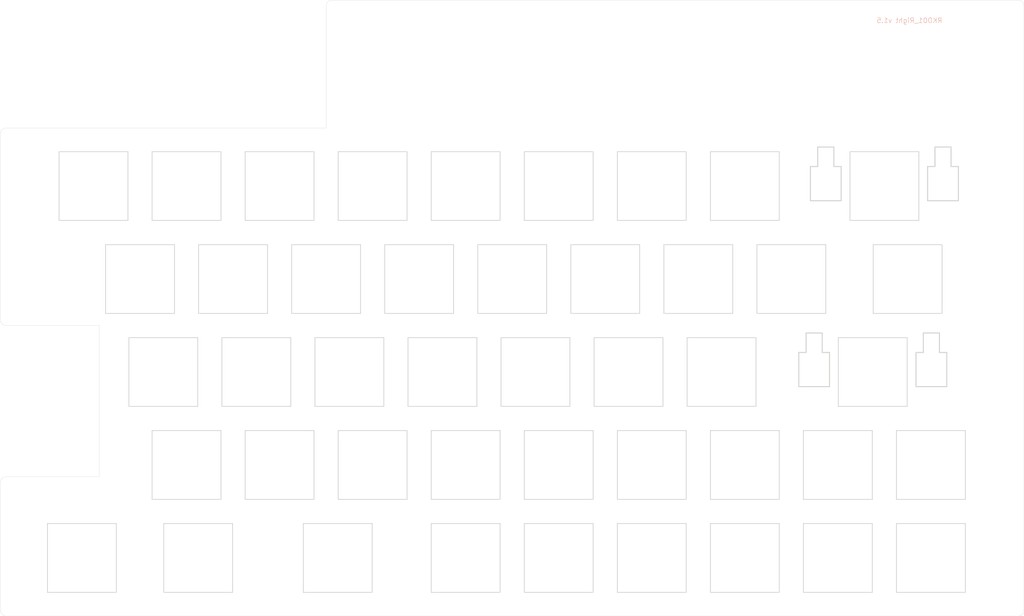
<source format=kicad_pcb>
(kicad_pcb (version 20240108) (generator "pcbnew") (generator_version "8.0")
  (layers (0 "F.Cu" signal) (31 "B.Cu" signal) (34 "B.Paste" user) (35 "F.Paste" user) (36 "B.SilkS" user "B.Silkscreen") (37 "F.SilkS" user "F.Silkscreen") (38 "B.Mask" user) (39 "F.Mask" user) (44 "Edge.Cuts" user))
  (net 0 "")
  (footprint "kbd_SW_Hole:SW_Hole_1u" (layer "F.Cu") (at 202.4063 57.15)
    (property "Reference" "SW91" (hide yes))
    (property "Value" "SW_Push" (hide yes))
    (fp_line (start -7.05 -7.05) (end 7.05 -7.05) (stroke (width 0.15)) (layer "Edge.Cuts"))
    (fp_line (start -7.05 7.05) (end -7.05 -7.05) (stroke (width 0.15)) (layer "Edge.Cuts"))
    (fp_line (start 7.05 -7.05) (end 7.05 7.05) (stroke (width 0.15)) (layer "Edge.Cuts"))
    (fp_line (start 7.05 7.05) (end -7.05 7.05) (stroke (width 0.15)) (layer "Edge.Cuts"))
  )
  (footprint "kbd_SW_Hole:SW_Hole_1u" (layer "F.Cu") (at 97.6313 57.15)
    (property "Reference" "SW66" (hide yes))
    (property "Value" "SW_Push" (hide yes))
    (fp_line (start -7.05 -7.05) (end 7.05 -7.05) (stroke (width 0.15)) (layer "Edge.Cuts"))
    (fp_line (start -7.05 7.05) (end -7.05 -7.05) (stroke (width 0.15)) (layer "Edge.Cuts"))
    (fp_line (start 7.05 -7.05) (end 7.05 7.05) (stroke (width 0.15)) (layer "Edge.Cuts"))
    (fp_line (start 7.05 7.05) (end -7.05 7.05) (stroke (width 0.15)) (layer "Edge.Cuts"))
  )
  (footprint "kbd_SW_Hole:SW_Hole_1u" (layer "F.Cu") (at 192.8813 133.35)
    (property "Reference" "SW90" (hide yes))
    (property "Value" "SW_Push" (hide yes))
    (fp_line (start -7.05 -7.05) (end 7.05 -7.05) (stroke (width 0.15)) (layer "Edge.Cuts"))
    (fp_line (start -7.05 7.05) (end -7.05 -7.05) (stroke (width 0.15)) (layer "Edge.Cuts"))
    (fp_line (start 7.05 -7.05) (end 7.05 7.05) (stroke (width 0.15)) (layer "Edge.Cuts"))
    (fp_line (start 7.05 7.05) (end -7.05 7.05) (stroke (width 0.15)) (layer "Edge.Cuts"))
  )
  (footprint "kbd_SW_Hole:SW_Hole_1.5u" (layer "F.Cu") (at 207.1688 76.2)
    (property "Reference" "SW92" (hide yes))
    (property "Value" "SW_Push" (hide yes))
    (fp_line (start -7.05 -7.05) (end 7.05 -7.05) (stroke (width 0.15)) (layer "Edge.Cuts"))
    (fp_line (start -7.05 7.05) (end -7.05 -7.05) (stroke (width 0.15)) (layer "Edge.Cuts"))
    (fp_line (start 7.05 -7.05) (end 7.05 7.05) (stroke (width 0.15)) (layer "Edge.Cuts"))
    (fp_line (start 7.05 7.05) (end -7.05 7.05) (stroke (width 0.15)) (layer "Edge.Cuts"))
  )
  (footprint "kbd_Hole:m2_Screw_Hole" (layer "F.Cu") (at 226.2188 23.8125)
    (property "Reference" "M2")
    (property "Value" "Mark")
    (pad "" np_thru_hole circle (at 0 0) (size 2.2 2.2) (drill 2.2) (layers "*.Cu" "*.Mask"))
  )
  (footprint "kbd_SW_Hole:SW_Hole_1u" (layer "F.Cu") (at 173.8313 57.15)
    (property "Reference" "SW86" (hide yes))
    (property "Value" "SW_Push" (hide yes))
    (fp_line (start -7.05 -7.05) (end 7.05 -7.05) (stroke (width 0.15)) (layer "Edge.Cuts"))
    (fp_line (start -7.05 7.05) (end -7.05 -7.05) (stroke (width 0.15)) (layer "Edge.Cuts"))
    (fp_line (start 7.05 -7.05) (end 7.05 7.05) (stroke (width 0.15)) (layer "Edge.Cuts"))
    (fp_line (start 7.05 7.05) (end -7.05 7.05) (stroke (width 0.15)) (layer "Edge.Cuts"))
  )
  (footprint "kbd_SW_Hole:SW_Hole_1u" (layer "F.Cu") (at 59.5313 57.15)
    (property "Reference" "SW56" (hide yes))
    (property "Value" "SW_Push" (hide yes))
    (fp_line (start -7.05 -7.05) (end 7.05 -7.05) (stroke (width 0.15)) (layer "Edge.Cuts"))
    (fp_line (start -7.05 7.05) (end -7.05 -7.05) (stroke (width 0.15)) (layer "Edge.Cuts"))
    (fp_line (start 7.05 -7.05) (end 7.05 7.05) (stroke (width 0.15)) (layer "Edge.Cuts"))
    (fp_line (start 7.05 7.05) (end -7.05 7.05) (stroke (width 0.15)) (layer "Edge.Cuts"))
  )
  (footprint "kbd_SW_Hole:SW_Hole_1u" (layer "F.Cu") (at 211.9313 114.3)
    (property "Reference" "SW94" (hide yes))
    (property "Value" "SW_Push" (hide yes))
    (fp_line (start -7.05 -7.05) (end 7.05 -7.05) (stroke (width 0.15)) (layer "Edge.Cuts"))
    (fp_line (start -7.05 7.05) (end -7.05 -7.05) (stroke (width 0.15)) (layer "Edge.Cuts"))
    (fp_line (start 7.05 -7.05) (end 7.05 7.05) (stroke (width 0.15)) (layer "Edge.Cuts"))
    (fp_line (start 7.05 7.05) (end -7.05 7.05) (stroke (width 0.15)) (layer "Edge.Cuts"))
  )
  (footprint "kbd_SW_Hole:SW_Hole_1.25u" (layer "F.Cu") (at 38.1 133.35)
    (property "Reference" "SW55" (hide yes))
    (property "Value" "SW_Push" (hide yes))
    (fp_line (start -7.05 -7.05) (end 7.05 -7.05) (stroke (width 0.15)) (layer "Edge.Cuts"))
    (fp_line (start -7.05 7.05) (end -7.05 -7.05) (stroke (width 0.15)) (layer "Edge.Cuts"))
    (fp_line (start 7.05 -7.05) (end 7.05 7.05) (stroke (width 0.15)) (layer "Edge.Cuts"))
    (fp_line (start 7.05 7.05) (end -7.05 7.05) (stroke (width 0.15)) (layer "Edge.Cuts"))
  )
  (footprint "kbd_SW_Hole:SW_Hole_1u" (layer "F.Cu") (at 130.9688 95.25)
    (property "Reference" "SW73" (hide yes))
    (property "Value" "SW_Push" (hide yes))
    (fp_line (start -7.05 -7.05) (end 7.05 -7.05) (stroke (width 0.15)) (layer "Edge.Cuts"))
    (fp_line (start -7.05 7.05) (end -7.05 -7.05) (stroke (width 0.15)) (layer "Edge.Cuts"))
    (fp_line (start 7.05 -7.05) (end 7.05 7.05) (stroke (width 0.15)) (layer "Edge.Cuts"))
    (fp_line (start 7.05 7.05) (end -7.05 7.05) (stroke (width 0.15)) (layer "Edge.Cuts"))
  )
  (footprint "kbd_SW_Hole:SW_Hole_1u" (layer "F.Cu") (at 50.0063 76.2)
    (property "Reference" "SW52" (hide yes))
    (property "Value" "SW_Push" (hide yes))
    (fp_line (start -7.05 -7.05) (end 7.05 -7.05) (stroke (width 0.15)) (layer "Edge.Cuts"))
    (fp_line (start -7.05 7.05) (end -7.05 -7.05) (stroke (width 0.15)) (layer "Edge.Cuts"))
    (fp_line (start 7.05 -7.05) (end 7.05 7.05) (stroke (width 0.15)) (layer "Edge.Cuts"))
    (fp_line (start 7.05 7.05) (end -7.05 7.05) (stroke (width 0.15)) (layer "Edge.Cuts"))
  )
  (footprint "kbd_SW_Hole:SW_Hole_1.75u" (layer "F.Cu") (at 90.4875 133.35)
    (property "Reference" "SW65" (hide yes))
    (property "Value" "SW_Push" (hide yes))
    (fp_line (start -7.05 -7.05) (end 7.05 -7.05) (stroke (width 0.15)) (layer "Edge.Cuts"))
    (fp_line (start -7.05 7.05) (end -7.05 -7.05) (stroke (width 0.15)) (layer "Edge.Cuts"))
    (fp_line (start 7.05 -7.05) (end 7.05 7.05) (stroke (width 0.15)) (layer "Edge.Cuts"))
    (fp_line (start 7.05 7.05) (end -7.05 7.05) (stroke (width 0.15)) (layer "Edge.Cuts"))
  )
  (footprint "kbd_SW_Hole:SW_Hole_1u" (layer "F.Cu") (at 69.0563 76.2)
    (property "Reference" "SW57" (hide yes))
    (property "Value" "SW_Push" (hide yes))
    (fp_line (start -7.05 -7.05) (end 7.05 -7.05) (stroke (width 0.15)) (layer "Edge.Cuts"))
    (fp_line (start -7.05 7.05) (end -7.05 -7.05) (stroke (width 0.15)) (layer "Edge.Cuts"))
    (fp_line (start 7.05 -7.05) (end 7.05 7.05) (stroke (width 0.15)) (layer "Edge.Cuts"))
    (fp_line (start 7.05 7.05) (end -7.05 7.05) (stroke (width 0.15)) (layer "Edge.Cuts"))
  )
  (footprint "kbd_SW_Hole:SW_Hole_1u" (layer "F.Cu") (at 126.2063 76.2)
    (property "Reference" "SW72" (hide yes))
    (property "Value" "SW_Push" (hide yes))
    (fp_line (start -7.05 -7.05) (end 7.05 -7.05) (stroke (width 0.15)) (layer "Edge.Cuts"))
    (fp_line (start -7.05 7.05) (end -7.05 -7.05) (stroke (width 0.15)) (layer "Edge.Cuts"))
    (fp_line (start 7.05 -7.05) (end 7.05 7.05) (stroke (width 0.15)) (layer "Edge.Cuts"))
    (fp_line (start 7.05 7.05) (end -7.05 7.05) (stroke (width 0.15)) (layer "Edge.Cuts"))
  )
  (footprint "kbd_SW_Hole:SW_Hole_1u" (layer "F.Cu") (at 78.5813 57.15)
    (property "Reference" "SW61" (hide yes))
    (property "Value" "SW_Push" (hide yes))
    (fp_line (start -7.05 -7.05) (end 7.05 -7.05) (stroke (width 0.15)) (layer "Edge.Cuts"))
    (fp_line (start -7.05 7.05) (end -7.05 -7.05) (stroke (width 0.15)) (layer "Edge.Cuts"))
    (fp_line (start 7.05 -7.05) (end 7.05 7.05) (stroke (width 0.15)) (layer "Edge.Cuts"))
    (fp_line (start 7.05 7.05) (end -7.05 7.05) (stroke (width 0.15)) (layer "Edge.Cuts"))
  )
  (footprint "kbd_SW_Hole:SW_Hole_1u" (layer "F.Cu") (at 111.9188 95.25)
    (property "Reference" "SW68" (hide yes))
    (property "Value" "SW_Push" (hide yes))
    (fp_line (start -7.05 -7.05) (end 7.05 -7.05) (stroke (width 0.15)) (layer "Edge.Cuts"))
    (fp_line (start -7.05 7.05) (end -7.05 -7.05) (stroke (width 0.15)) (layer "Edge.Cuts"))
    (fp_line (start 7.05 -7.05) (end 7.05 7.05) (stroke (width 0.15)) (layer "Edge.Cuts"))
    (fp_line (start 7.05 7.05) (end -7.05 7.05) (stroke (width 0.15)) (layer "Edge.Cuts"))
  )
  (footprint "kbd_SW_Hole:SW_Hole_1u" (layer "F.Cu") (at 116.6813 114.3)
    (property "Reference" "SW69" (hide yes))
    (property "Value" "SW_Push" (hide yes))
    (fp_line (start -7.05 -7.05) (end 7.05 -7.05) (stroke (width 0.15)) (layer "Edge.Cuts"))
    (fp_line (start -7.05 7.05) (end -7.05 -7.05) (stroke (width 0.15)) (layer "Edge.Cuts"))
    (fp_line (start 7.05 -7.05) (end 7.05 7.05) (stroke (width 0.15)) (layer "Edge.Cuts"))
    (fp_line (start 7.05 7.05) (end -7.05 7.05) (stroke (width 0.15)) (layer "Edge.Cuts"))
  )
  (footprint "kbd_SW_Hole:SW_Hole_1u" (layer "F.Cu") (at 164.3063 76.2)
    (property "Reference" "SW82" (hide yes))
    (property "Value" "SW_Push" (hide yes))
    (fp_line (start -7.05 -7.05) (end 7.05 -7.05) (stroke (width 0.15)) (layer "Edge.Cuts"))
    (fp_line (start -7.05 7.05) (end -7.05 -7.05) (stroke (width 0.15)) (layer "Edge.Cuts"))
    (fp_line (start 7.05 -7.05) (end 7.05 7.05) (stroke (width 0.15)) (layer "Edge.Cuts"))
    (fp_line (start 7.05 7.05) (end -7.05 7.05) (stroke (width 0.15)) (layer "Edge.Cuts"))
  )
  (footprint "kbd_SW_Hole:SW_Hole_1u" (layer "F.Cu") (at 54.7688 95.25)
    (property "Reference" "SW53" (hide yes))
    (property "Value" "SW_Push" (hide yes))
    (fp_line (start -7.05 -7.05) (end 7.05 -7.05) (stroke (width 0.15)) (layer "Edge.Cuts"))
    (fp_line (start -7.05 7.05) (end -7.05 -7.05) (stroke (width 0.15)) (layer "Edge.Cuts"))
    (fp_line (start 7.05 -7.05) (end 7.05 7.05) (stroke (width 0.15)) (layer "Edge.Cuts"))
    (fp_line (start 7.05 7.05) (end -7.05 7.05) (stroke (width 0.15)) (layer "Edge.Cuts"))
  )
  (footprint "kbd_SW_Hole:SW_Hole_1u" (layer "F.Cu") (at 150.0188 95.25)
    (property "Reference" "SW78" (hide yes))
    (property "Value" "SW_Push" (hide yes))
    (fp_line (start -7.05 -7.05) (end 7.05 -7.05) (stroke (width 0.15)) (layer "Edge.Cuts"))
    (fp_line (start -7.05 7.05) (end -7.05 -7.05) (stroke (width 0.15)) (layer "Edge.Cuts"))
    (fp_line (start 7.05 -7.05) (end 7.05 7.05) (stroke (width 0.15)) (layer "Edge.Cuts"))
    (fp_line (start 7.05 7.05) (end -7.05 7.05) (stroke (width 0.15)) (layer "Edge.Cuts"))
  )
  (footprint "kbd_SW_Hole:SW_Hole_1u" (layer "F.Cu") (at 173.8313 114.3)
    (property "Reference" "SW84" (hide yes))
    (property "Value" "SW_Push" (hide yes))
    (fp_line (start -7.05 -7.05) (end 7.05 -7.05) (stroke (width 0.15)) (layer "Edge.Cuts"))
    (fp_line (start -7.05 7.05) (end -7.05 -7.05) (stroke (width 0.15)) (layer "Edge.Cuts"))
    (fp_line (start 7.05 -7.05) (end 7.05 7.05) (stroke (width 0.15)) (layer "Edge.Cuts"))
    (fp_line (start 7.05 7.05) (end -7.05 7.05) (stroke (width 0.15)) (layer "Edge.Cuts"))
  )
  (footprint "kbd_SW_Hole:Stab_Hole_Choc_2u_Top" (layer "F.Cu") (at 202.40625 57.15)
    (property "Reference" "SW66" (hide yes))
    (property "Value" "SW_PUSH" (hide yes))
    (fp_line (start -15.15 -4) (end -15.15 3) (stroke (width 0.2)) (layer "Edge.Cuts"))
    (fp_line (start -13.65 -8) (end -13.65 -4) (stroke (width 0.2)) (layer "Edge.Cuts"))
    (fp_line (start -13.65 -8) (end -10.35 -8) (stroke (width 0.2)) (layer "Edge.Cuts"))
    (fp_line (start -13.65 -4) (end -15.15 -4) (stroke (width 0.2)) (layer "Edge.Cuts"))
    (fp_line (start -10.35 -8) (end -10.35 -4) (stroke (width 0.2)) (layer "Edge.Cuts"))
    (fp_line (start -10.35 -4) (end -8.85 -4) (stroke (width 0.2)) (layer "Edge.Cuts"))
    (fp_line (start -8.85 -4) (end -8.85 3) (stroke (width 0.2)) (layer "Edge.Cuts"))
    (fp_line (start -8.85 3) (end -15.15 3) (stroke (width 0.2)) (layer "Edge.Cuts"))
    (fp_line (start 8.85 -4) (end 8.85 3) (stroke (width 0.2)) (layer "Edge.Cuts"))
    (fp_line (start 10.35 -8) (end 10.35 -4) (stroke (width 0.2)) (layer "Edge.Cuts"))
    (fp_line (start 10.35 -8) (end 13.65 -8) (stroke (width 0.2)) (layer "Edge.Cuts"))
    (fp_line (start 10.35 -4) (end 8.85 -4) (stroke (width 0.2)) (layer "Edge.Cuts"))
    (fp_line (start 13.65 -8) (end 13.65 -4) (stroke (width 0.2)) (layer "Edge.Cuts"))
    (fp_line (start 13.65 -4) (end 15.15 -4) (stroke (width 0.2)) (layer "Edge.Cuts"))
    (fp_line (start 15.15 -4) (end 15.15 3) (stroke (width 0.2)) (layer "Edge.Cuts"))
    (fp_line (start 15.15 3) (end 8.85 3) (stroke (width 0.2)) (layer "Edge.Cuts"))
  )
  (footprint "kbd_SW_Hole:SW_Hole_1u" (layer "F.Cu") (at 135.7313 57.15)
    (property "Reference" "SW76" (hide yes))
    (property "Value" "SW_Push" (hide yes))
    (fp_line (start -7.05 -7.05) (end 7.05 -7.05) (stroke (width 0.15)) (layer "Edge.Cuts"))
    (fp_line (start -7.05 7.05) (end -7.05 -7.05) (stroke (width 0.15)) (layer "Edge.Cuts"))
    (fp_line (start 7.05 -7.05) (end 7.05 7.05) (stroke (width 0.15)) (layer "Edge.Cuts"))
    (fp_line (start 7.05 7.05) (end -7.05 7.05) (stroke (width 0.15)) (layer "Edge.Cuts"))
  )
  (footprint "kbd_SW_Hole:SW_Hole_1u" (layer "F.Cu") (at 59.5313 114.3)
    (property "Reference" "SW54" (hide yes))
    (property "Value" "SW_Push" (hide yes))
    (fp_line (start -7.05 -7.05) (end 7.05 -7.05) (stroke (width 0.15)) (layer "Edge.Cuts"))
    (fp_line (start -7.05 7.05) (end -7.05 -7.05) (stroke (width 0.15)) (layer "Edge.Cuts"))
    (fp_line (start 7.05 -7.05) (end 7.05 7.05) (stroke (width 0.15)) (layer "Edge.Cuts"))
    (fp_line (start 7.05 7.05) (end -7.05 7.05) (stroke (width 0.15)) (layer "Edge.Cuts"))
  )
  (footprint "kbd_SW_Hole:SW_Hole_1u" (layer "F.Cu") (at 73.8188 95.25)
    (property "Reference" "SW58" (hide yes))
    (property "Value" "SW_Push" (hide yes))
    (fp_line (start -7.05 -7.05) (end 7.05 -7.05) (stroke (width 0.15)) (layer "Edge.Cuts"))
    (fp_line (start -7.05 7.05) (end -7.05 -7.05) (stroke (width 0.15)) (layer "Edge.Cuts"))
    (fp_line (start 7.05 -7.05) (end 7.05 7.05) (stroke (width 0.15)) (layer "Edge.Cuts"))
    (fp_line (start 7.05 7.05) (end -7.05 7.05) (stroke (width 0.15)) (layer "Edge.Cuts"))
  )
  (footprint "kbd_SW_Hole:SW_Hole_1u" (layer "F.Cu") (at 211.9313 133.35)
    (property "Reference" "SW95" (hide yes))
    (property "Value" "SW_Push" (hide yes))
    (fp_line (start -7.05 -7.05) (end 7.05 -7.05) (stroke (width 0.15)) (layer "Edge.Cuts"))
    (fp_line (start -7.05 7.05) (end -7.05 -7.05) (stroke (width 0.15)) (layer "Edge.Cuts"))
    (fp_line (start 7.05 -7.05) (end 7.05 7.05) (stroke (width 0.15)) (layer "Edge.Cuts"))
    (fp_line (start 7.05 7.05) (end -7.05 7.05) (stroke (width 0.15)) (layer "Edge.Cuts"))
  )
  (footprint "kbd_SW_Hole:SW_Hole_1u" (layer "F.Cu") (at 135.7313 133.35)
    (property "Reference" "SW75" (hide yes))
    (property "Value" "SW_Push" (hide yes))
    (fp_line (start -7.05 -7.05) (end 7.05 -7.05) (stroke (width 0.15)) (layer "Edge.Cuts"))
    (fp_line (start -7.05 7.05) (end -7.05 -7.05) (stroke (width 0.15)) (layer "Edge.Cuts"))
    (fp_line (start 7.05 -7.05) (end 7.05 7.05) (stroke (width 0.15)) (layer "Edge.Cuts"))
    (fp_line (start 7.05 7.05) (end -7.05 7.05) (stroke (width 0.15)) (layer "Edge.Cuts"))
  )
  (footprint "kbd_SW_Hole:SW_Hole_1u" (layer "F.Cu") (at 200.0251 95.25)
    (property "Reference" "SW88" (hide yes))
    (property "Value" "SW_Push" (hide yes))
    (fp_line (start -7.05 -7.05) (end 7.05 -7.05) (stroke (width 0.15)) (layer "Edge.Cuts"))
    (fp_line (start -7.05 7.05) (end -7.05 -7.05) (stroke (width 0.15)) (layer "Edge.Cuts"))
    (fp_line (start 7.05 -7.05) (end 7.05 7.05) (stroke (width 0.15)) (layer "Edge.Cuts"))
    (fp_line (start 7.05 7.05) (end -7.05 7.05) (stroke (width 0.15)) (layer "Edge.Cuts"))
  )
  (footprint "kbd_SW_Hole:SW_Hole_1u" (layer "F.Cu") (at 92.8688 95.25)
    (property "Reference" "SW63" (hide yes))
    (property "Value" "SW_Push" (hide yes))
    (fp_line (start -7.05 -7.05) (end 7.05 -7.05) (stroke (width 0.15)) (layer "Edge.Cuts"))
    (fp_line (start -7.05 7.05) (end -7.05 -7.05) (stroke (width 0.15)) (layer "Edge.Cuts"))
    (fp_line (start 7.05 -7.05) (end 7.05 7.05) (stroke (width 0.15)) (layer "Edge.Cuts"))
    (fp_line (start 7.05 7.05) (end -7.05 7.05) (stroke (width 0.15)) (layer "Edge.Cuts"))
  )
  (footprint "kbd_SW_Hole:SW_Hole_1u" (layer "F.Cu") (at 154.7813 57.15)
    (property "Reference" "SW81" (hide yes))
    (property "Value" "SW_Push" (hide yes))
    (fp_line (start -7.05 -7.05) (end 7.05 -7.05) (stroke (width 0.15)) (layer "Edge.Cuts"))
    (fp_line (start -7.05 7.05) (end -7.05 -7.05) (stroke (width 0.15)) (layer "Edge.Cuts"))
    (fp_line (start 7.05 -7.05) (end 7.05 7.05) (stroke (width 0.15)) (layer "Edge.Cuts"))
    (fp_line (start 7.05 7.05) (end -7.05 7.05) (stroke (width 0.15)) (layer "Edge.Cuts"))
  )
  (footprint "kbd_SW_Hole:SW_Hole_1u" (layer "F.Cu") (at 183.3563 76.2)
    (property "Reference" "SW87" (hide yes))
    (property "Value" "SW_Push" (hide yes))
    (fp_line (start -7.05 -7.05) (end 7.05 -7.05) (stroke (width 0.15)) (layer "Edge.Cuts"))
    (fp_line (start -7.05 7.05) (end -7.05 -7.05) (stroke (width 0.15)) (layer "Edge.Cuts"))
    (fp_line (start 7.05 -7.05) (end 7.05 7.05) (stroke (width 0.15)) (layer "Edge.Cuts"))
    (fp_line (start 7.05 7.05) (end -7.05 7.05) (stroke (width 0.15)) (layer "Edge.Cuts"))
  )
  (footprint "kbd_SW_Hole:SW_Hole_1u" (layer "F.Cu") (at 107.1563 76.2)
    (property "Reference" "SW67" (hide yes))
    (property "Value" "SW_Push" (hide yes))
    (fp_line (start -7.05 -7.05) (end 7.05 -7.05) (stroke (width 0.15)) (layer "Edge.Cuts"))
    (fp_line (start -7.05 7.05) (end -7.05 -7.05) (stroke (width 0.15)) (layer "Edge.Cuts"))
    (fp_line (start 7.05 -7.05) (end 7.05 7.05) (stroke (width 0.15)) (layer "Edge.Cuts"))
    (fp_line (start 7.05 7.05) (end -7.05 7.05) (stroke (width 0.15)) (layer "Edge.Cuts"))
  )
  (footprint "kbd_SW_Hole:Stab_Hole_Choc_2u_Top" (layer "F.Cu") (at 200.025 95.25)
    (property "Reference" "SW66" (hide yes))
    (property "Value" "SW_PUSH" (hide yes))
    (fp_line (start -15.15 -4) (end -15.15 3) (stroke (width 0.2)) (layer "Edge.Cuts"))
    (fp_line (start -13.65 -8) (end -13.65 -4) (stroke (width 0.2)) (layer "Edge.Cuts"))
    (fp_line (start -13.65 -8) (end -10.35 -8) (stroke (width 0.2)) (layer "Edge.Cuts"))
    (fp_line (start -13.65 -4) (end -15.15 -4) (stroke (width 0.2)) (layer "Edge.Cuts"))
    (fp_line (start -10.35 -8) (end -10.35 -4) (stroke (width 0.2)) (layer "Edge.Cuts"))
    (fp_line (start -10.35 -4) (end -8.85 -4) (stroke (width 0.2)) (layer "Edge.Cuts"))
    (fp_line (start -8.85 -4) (end -8.85 3) (stroke (width 0.2)) (layer "Edge.Cuts"))
    (fp_line (start -8.85 3) (end -15.15 3) (stroke (width 0.2)) (layer "Edge.Cuts"))
    (fp_line (start 8.85 -4) (end 8.85 3) (stroke (width 0.2)) (layer "Edge.Cuts"))
    (fp_line (start 10.35 -8) (end 10.35 -4) (stroke (width 0.2)) (layer "Edge.Cuts"))
    (fp_line (start 10.35 -8) (end 13.65 -8) (stroke (width 0.2)) (layer "Edge.Cuts"))
    (fp_line (start 10.35 -4) (end 8.85 -4) (stroke (width 0.2)) (layer "Edge.Cuts"))
    (fp_line (start 13.65 -8) (end 13.65 -4) (stroke (width 0.2)) (layer "Edge.Cuts"))
    (fp_line (start 13.65 -4) (end 15.15 -4) (stroke (width 0.2)) (layer "Edge.Cuts"))
    (fp_line (start 15.15 -4) (end 15.15 3) (stroke (width 0.2)) (layer "Edge.Cuts"))
    (fp_line (start 15.15 3) (end 8.85 3) (stroke (width 0.2)) (layer "Edge.Cuts"))
  )
  (footprint "kbd_SW_Hole:SW_Hole_1u" (layer "F.Cu") (at 145.2563 76.2)
    (property "Reference" "SW77" (hide yes))
    (property "Value" "SW_Push" (hide yes))
    (fp_line (start -7.05 -7.05) (end 7.05 -7.05) (stroke (width 0.15)) (layer "Edge.Cuts"))
    (fp_line (start -7.05 7.05) (end -7.05 -7.05) (stroke (width 0.15)) (layer "Edge.Cuts"))
    (fp_line (start 7.05 -7.05) (end 7.05 7.05) (stroke (width 0.15)) (layer "Edge.Cuts"))
    (fp_line (start 7.05 7.05) (end -7.05 7.05) (stroke (width 0.15)) (layer "Edge.Cuts"))
  )
  (footprint "kbd_SW_Hole:SW_Hole_1u" (layer "F.Cu") (at 40.4813 57.15)
    (property "Reference" "SW51" (hide yes))
    (property "Value" "SW_Push" (hide yes))
    (fp_line (start -7.05 -7.05) (end 7.05 -7.05) (stroke (width 0.15)) (layer "Edge.Cuts"))
    (fp_line (start -7.05 7.05) (end -7.05 -7.05) (stroke (width 0.15)) (layer "Edge.Cuts"))
    (fp_line (start 7.05 -7.05) (end 7.05 7.05) (stroke (width 0.15)) (layer "Edge.Cuts"))
    (fp_line (start 7.05 7.05) (end -7.05 7.05) (stroke (width 0.15)) (layer "Edge.Cuts"))
  )
  (footprint "kbd_SW_Hole:SW_Hole_1u" (layer "F.Cu") (at 169.0688 95.25)
    (property "Reference" "SW83" (hide yes))
    (property "Value" "SW_Push" (hide yes))
    (fp_line (start -7.05 -7.05) (end 7.05 -7.05) (stroke (width 0.15)) (layer "Edge.Cuts"))
    (fp_line (start -7.05 7.05) (end -7.05 -7.05) (stroke (width 0.15)) (layer "Edge.Cuts"))
    (fp_line (start 7.05 -7.05) (end 7.05 7.05) (stroke (width 0.15)) (layer "Edge.Cuts"))
    (fp_line (start 7.05 7.05) (end -7.05 7.05) (stroke (width 0.15)) (layer "Edge.Cuts"))
  )
  (footprint "kbd_SW_Hole:SW_Hole_1u" (layer "F.Cu") (at 78.5813 114.3)
    (property "Reference" "SW59" (hide yes))
    (property "Value" "SW_Push" (hide yes))
    (fp_line (start -7.05 -7.05) (end 7.05 -7.05) (stroke (width 0.15)) (layer "Edge.Cuts"))
    (fp_line (start -7.05 7.05) (end -7.05 -7.05) (stroke (width 0.15)) (layer "Edge.Cuts"))
    (fp_line (start 7.05 -7.05) (end 7.05 7.05) (stroke (width 0.15)) (layer "Edge.Cuts"))
    (fp_line (start 7.05 7.05) (end -7.05 7.05) (stroke (width 0.15)) (layer "Edge.Cuts"))
  )
  (footprint "kbd_SW_Hole:SW_Hole_1u" (layer "F.Cu") (at 116.6813 57.15)
    (property "Reference" "SW71" (hide yes))
    (property "Value" "SW_Push" (hide yes))
    (fp_line (start -7.05 -7.05) (end 7.05 -7.05) (stroke (width 0.15)) (layer "Edge.Cuts"))
    (fp_line (start -7.05 7.05) (end -7.05 -7.05) (stroke (width 0.15)) (layer "Edge.Cuts"))
    (fp_line (start 7.05 -7.05) (end 7.05 7.05) (stroke (width 0.15)) (layer "Edge.Cuts"))
    (fp_line (start 7.05 7.05) (end -7.05 7.05) (stroke (width 0.15)) (layer "Edge.Cuts"))
  )
  (footprint "kbd_SW_Hole:SW_Hole_1u" (layer "F.Cu") (at 154.7813 114.3)
    (property "Reference" "SW79" (hide yes))
    (property "Value" "SW_Push" (hide yes))
    (fp_line (start -7.05 -7.05) (end 7.05 -7.05) (stroke (width 0.15)) (layer "Edge.Cuts"))
    (fp_line (start -7.05 7.05) (end -7.05 -7.05) (stroke (width 0.15)) (layer "Edge.Cuts"))
    (fp_line (start 7.05 -7.05) (end 7.05 7.05) (stroke (width 0.15)) (layer "Edge.Cuts"))
    (fp_line (start 7.05 7.05) (end -7.05 7.05) (stroke (width 0.15)) (layer "Edge.Cuts"))
  )
  (footprint "kbd_SW_Hole:SW_Hole_1u" (layer "F.Cu") (at 135.7313 114.3)
    (property "Reference" "SW74" (hide yes))
    (property "Value" "SW_Push" (hide yes))
    (fp_line (start -7.05 -7.05) (end 7.05 -7.05) (stroke (width 0.15)) (layer "Edge.Cuts"))
    (fp_line (start -7.05 7.05) (end -7.05 -7.05) (stroke (width 0.15)) (layer "Edge.Cuts"))
    (fp_line (start 7.05 -7.05) (end 7.05 7.05) (stroke (width 0.15)) (layer "Edge.Cuts"))
    (fp_line (start 7.05 7.05) (end -7.05 7.05) (stroke (width 0.15)) (layer "Edge.Cuts"))
  )
  (footprint "kbd_SW_Hole:SW_Hole_1u" (layer "F.Cu") (at 154.7813 133.35)
    (property "Reference" "SW80" (hide yes))
    (property "Value" "SW_Push" (hide yes))
    (fp_line (start -7.05 -7.05) (end 7.05 -7.05) (stroke (width 0.15)) (layer "Edge.Cuts"))
    (fp_line (start -7.05 7.05) (end -7.05 -7.05) (stroke (width 0.15)) (layer "Edge.Cuts"))
    (fp_line (start 7.05 -7.05) (end 7.05 7.05) (stroke (width 0.15)) (layer "Edge.Cuts"))
    (fp_line (start 7.05 7.05) (end -7.05 7.05) (stroke (width 0.15)) (layer "Edge.Cuts"))
  )
  (footprint "kbd_Hole:m2_Screw_Hole" (layer "F.Cu") (at 226.2188 140.4937)
    (property "Reference" "M4")
    (property "Value" "Mark")
    (pad "" np_thru_hole circle (at 0 0) (size 2.2 2.2) (drill 2.2) (layers "*.Cu" "*.Mask"))
  )
  (footprint "kbd_SW_Hole:SW_Hole_1u" (layer "F.Cu") (at 173.8313 133.35)
    (property "Reference" "SW85" (hide yes))
    (property "Value" "SW_Push" (hide yes))
    (fp_line (start -7.05 -7.05) (end 7.05 -7.05) (stroke (width 0.15)) (layer "Edge.Cuts"))
    (fp_line (start -7.05 7.05) (end -7.05 -7.05) (stroke (width 0.15)) (layer "Edge.Cuts"))
    (fp_line (start 7.05 -7.05) (end 7.05 7.05) (stroke (width 0.15)) (layer "Edge.Cuts"))
    (fp_line (start 7.05 7.05) (end -7.05 7.05) (stroke (width 0.15)) (layer "Edge.Cuts"))
  )
  (footprint "kbd_SW_Hole:SW_Hole_1u" (layer "F.Cu") (at 88.1063 76.2)
    (property "Reference" "SW62" (hide yes))
    (property "Value" "SW_Push" (hide yes))
    (fp_line (start -7.05 -7.05) (end 7.05 -7.05) (stroke (width 0.15)) (layer "Edge.Cuts"))
    (fp_line (start -7.05 7.05) (end -7.05 -7.05) (stroke (width 0.15)) (layer "Edge.Cuts"))
    (fp_line (start 7.05 -7.05) (end 7.05 7.05) (stroke (width 0.15)) (layer "Edge.Cuts"))
    (fp_line (start 7.05 7.05) (end -7.05 7.05) (stroke (width 0.15)) (layer "Edge.Cuts"))
  )
  (footprint "kbd_SW_Hole:SW_Hole_1.25u" (layer "F.Cu") (at 61.9125 133.35)
    (property "Reference" "SW60" (hide yes))
    (property "Value" "SW_Push" (hide yes))
    (fp_line (start -7.05 -7.05) (end 7.05 -7.05) (stroke (width 0.15)) (layer "Edge.Cuts"))
    (fp_line (start -7.05 7.05) (end -7.05 -7.05) (stroke (width 0.15)) (layer "Edge.Cuts"))
    (fp_line (start 7.05 -7.05) (end 7.05 7.05) (stroke (width 0.15)) (layer "Edge.Cuts"))
    (fp_line (start 7.05 7.05) (end -7.05 7.05) (stroke (width 0.15)) (layer "Edge.Cuts"))
  )
  (footprint "kbd_SW_Hole:SW_Hole_1u" (layer "F.Cu") (at 192.8813 114.3)
    (property "Reference" "SW89" (hide yes))
    (property "Value" "SW_Push" (hide yes))
    (fp_line (start -7.05 -7.05) (end 7.05 -7.05) (stroke (width 0.15)) (layer "Edge.Cuts"))
    (fp_line (start -7.05 7.05) (end -7.05 -7.05) (stroke (width 0.15)) (layer "Edge.Cuts"))
    (fp_line (start 7.05 -7.05) (end 7.05 7.05) (stroke (width 0.15)) (layer "Edge.Cuts"))
    (fp_line (start 7.05 7.05) (end -7.05 7.05) (stroke (width 0.15)) (layer "Edge.Cuts"))
  )
  (footprint "kbd_SW_Hole:SW_Hole_1u" (layer "F.Cu") (at 97.6313 114.3)
    (property "Reference" "SW64" (hide yes))
    (property "Value" "SW_Push" (hide yes))
    (fp_line (start -7.05 -7.05) (end 7.05 -7.05) (stroke (width 0.15)) (layer "Edge.Cuts"))
    (fp_line (start -7.05 7.05) (end -7.05 -7.05) (stroke (width 0.15)) (layer "Edge.Cuts"))
    (fp_line (start 7.05 -7.05) (end 7.05 7.05) (stroke (width 0.15)) (layer "Edge.Cuts"))
    (fp_line (start 7.05 7.05) (end -7.05 7.05) (stroke (width 0.15)) (layer "Edge.Cuts"))
  )
  (footprint "kbd_Hole:m2_Screw_Hole" (layer "F.Cu") (at 23.8125 47.625)
    (property "Reference" "M5")
    (property "Value" "Mark")
    (pad "" np_thru_hole circle (at 0 0) (size 2.2 2.2) (drill 2.2) (layers "*.Cu" "*.Mask"))
  )
  (footprint "kbd_Hole:m2_Screw_Hole" (layer "F.Cu") (at 92.8688 23.8125)
    (property "Reference" "M1")
    (property "Value" "Mark")
    (pad "" np_thru_hole circle (at 0 0) (size 2.2 2.2) (drill 2.2) (layers "*.Cu" "*.Mask"))
  )
  (footprint "kbd_Hole:m2_Screw_Hole" (layer "F.Cu") (at 26.1938 140.4937)
    (property "Reference" "M3")
    (property "Value" "Mark")
    (pad "" np_thru_hole circle (at 0 0) (size 2.2 2.2) (drill 2.2) (layers "*.Cu" "*.Mask"))
  )
  (footprint "kbd_SW_Hole:SW_Hole_1u" (layer "F.Cu") (at 116.6813 133.35)
    (property "Reference" "SW70" (hide yes))
    (property "Value" "SW_Push" (hide yes))
    (fp_line (start -7.05 -7.05) (end 7.05 -7.05) (stroke (width 0.15)) (layer "Edge.Cuts"))
    (fp_line (start -7.05 7.05) (end -7.05 -7.05) (stroke (width 0.15)) (layer "Edge.Cuts"))
    (fp_line (start 7.05 -7.05) (end 7.05 7.05) (stroke (width 0.15)) (layer "Edge.Cuts"))
    (fp_line (start 7.05 7.05) (end -7.05 7.05) (stroke (width 0.15)) (layer "Edge.Cuts"))
  )
  (gr_line (start 229.790625 145.25625) (end 22.621875 145.25625) (stroke (width 0.05)) (layer "Edge.Cuts"))
  (gr_line (start 21.43125 46.43437) (end 21.43125 84.534375) (stroke (width 0.05)) (layer "Edge.Cuts"))
  (gr_arc (start 21.43125 117.87187) (mid 21.779977 117.029972) (end 22.621875 116.681245) (stroke (width 0.05)) (layer "Edge.Cuts"))
  (gr_arc (start 22.621875 85.725) (mid 21.779976 85.376274) (end 21.43125 84.534375) (stroke (width 0.05)) (layer "Edge.Cuts"))
  (gr_line (start 22.621875 45.24375) (end 88.10625 45.24375) (stroke (width 0.05)) (layer "Edge.Cuts"))
  (gr_line (start 21.43125 144.065625) (end 21.43125 117.87187) (stroke (width 0.05)) (layer "Edge.Cuts"))
  (gr_line (start 22.621875 85.725) (end 41.671875 85.725) (stroke (width 0.05)) (layer "Edge.Cuts"))
  (gr_line (start 230.98125 20.240625) (end 230.98125 144.065625) (stroke (width 0.05)) (layer "Edge.Cuts"))
  (gr_arc (start 229.790625 19.05) (mid 230.632524 19.398726) (end 230.98125 20.240625) (stroke (width 0.05)) (layer "Edge.Cuts"))
  (gr_line (start 229.790625 19.05) (end 89.29685 19.050075) (stroke (width 0.05)) (layer "Edge.Cuts"))
  (gr_line (start 88.106175 20.24065) (end 88.10625 45.24375) (stroke (width 0.05)) (layer "Edge.Cuts"))
  (gr_line (start 41.671875 85.725) (end 41.671875 116.68125) (stroke (width 0.05)) (layer "Edge.Cuts"))
  (gr_arc (start 88.106275 20.24065) (mid 88.454976 19.398761) (end 89.29685 19.050075) (stroke (width 0.05)) (layer "Edge.Cuts"))
  (gr_arc (start 230.98125 144.065625) (mid 230.632524 144.907524) (end 229.790625 145.25625) (stroke (width 0.05)) (layer "Edge.Cuts"))
  (gr_line (start 22.621875 116.68125) (end 41.671875 116.68125) (stroke (width 0.05)) (layer "Edge.Cuts"))
  (gr_arc (start 22.621875 145.25625) (mid 21.779976 144.907524) (end 21.43125 144.065625) (stroke (width 0.05)) (layer "Edge.Cuts"))
  (gr_arc (start 21.43125 46.43437) (mid 21.779977 45.592472) (end 22.621875 45.243745) (stroke (width 0.05)) (layer "Edge.Cuts"))
  (gr_text "RKD01_Right v1.5" (at 214.3125 23.8125 0) (layer "B.SilkS") (effects (font (size 1 1) (thickness 0.1)) (justify left bottom mirror)))
)
</source>
